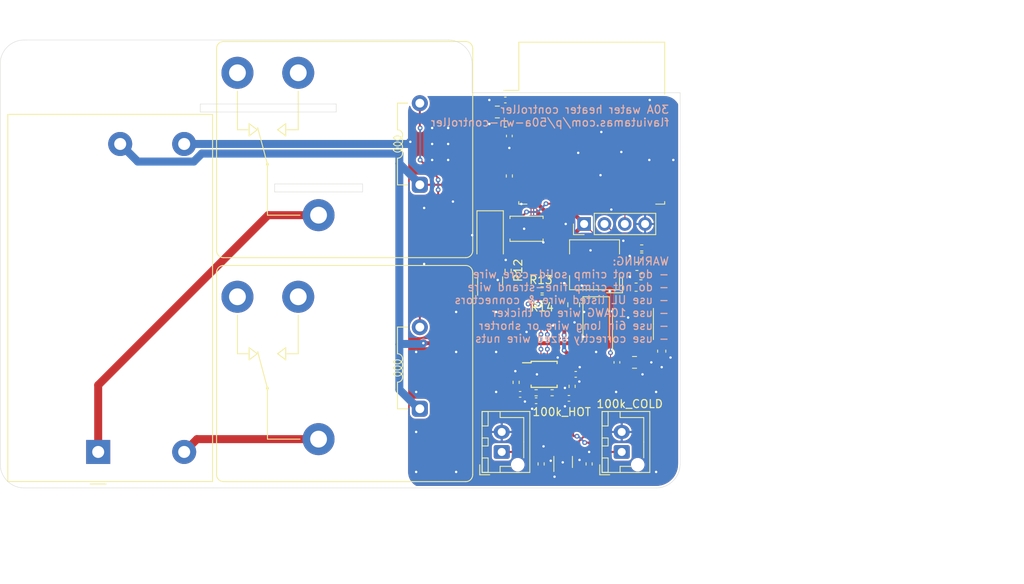
<source format=kicad_pcb>
(kicad_pcb (version 20211014) (generator pcbnew)
  (layers (0 "F.Cu" mixed) (31 "B.Cu" mixed) (34 "B.Paste" user) (35 "F.Paste" user) (36 "B.SilkS" user "B.Silkscreen") (37 "F.SilkS" user "F.Silkscreen") (38 "B.Mask" user) (39 "F.Mask" user) (44 "Edge.Cuts" user))
  (net 0 "")
  (net 1 "GND")
  (net 2 "+12V")
  (net 3 "Net-(C2-Pad1)")
  (net 4 "+3.3V")
  (net 5 "Net-(C4-Pad1)")
  (net 6 "Net-(C6-Pad1)")
  (net 7 "Net-(C7-Pad2)")
  (net 8 "Net-(C7-Pad1)")
  (net 9 "/EN")
  (net 10 "/AC_PH_2")
  (net 11 "Net-(C11-Pad1)")
  (net 12 "Net-(D2-Pad2)")
  (net 14 "/AC_PH_1")
  (net 15 "Net-(J1-Pad3)")
  (net 16 "Net-(J1-Pad2)")
  (net 21 "/SW")
  (net 22 "/BOOT")
  (net 23 "Net-(R4-Pad2)")
  (net 24 "Net-(R8-Pad2)")
  (net 25 "Net-(R9-Pad2)")
  (net 26 "/1.65V")
  (net 27 "/SCL")
  (net 31 "/SDA")
  (net 37 "Net-(C12-Pad1)")
  (footprint "Capacitor_SMD:C_0805_2012Metric" (layer "F.Cu") (at 107.3 71.3)
    (fp_text reference "C1" hide)
    (fp_text value "22u")
    (pad "1" smd roundrect (at -0.95 0) (size 1 1.45) (layers "F.Cu" "F.Paste" "F.Mask") (net 2 "+12V"))
    (pad "2" smd roundrect (at 0.95 0) (size 1 1.45) (layers "F.Cu" "F.Paste" "F.Mask") (net 1 "GND"))
  )
  (footprint "Capacitor_SMD:C_0603_1608Metric" (layer "F.Cu") (at 110.7 69.9 -90)
    (fp_text reference "C2" hide)
    (fp_text value "8.2n")
    (pad "1" smd roundrect (at -0.775 0 270) (size 0.9 0.95) (layers "F.Cu" "F.Paste" "F.Mask") (net 3 "Net-(C2-Pad1)"))
    (pad "2" smd roundrect (at 0.775 0 270) (size 0.9 0.95) (layers "F.Cu" "F.Paste" "F.Mask") (net 1 "GND"))
  )
  (footprint "Capacitor_SMD:C_0805_2012Metric" (layer "F.Cu") (at 90.15 40 180)
    (fp_text reference "C3" hide)
    (fp_text value "22u")
    (pad "1" smd roundrect (at -0.95 0 180) (size 1 1.45) (layers "F.Cu" "F.Paste" "F.Mask") (net 4 "+3.3V"))
    (pad "2" smd roundrect (at 0.95 0 180) (size 1 1.45) (layers "F.Cu" "F.Paste" "F.Mask") (net 1 "GND"))
  )
  (footprint "Capacitor_SMD:C_0603_1608Metric" (layer "F.Cu") (at 107.5 61.9 180)
    (fp_text reference "C4" hide)
    (fp_text value "3.3n")
    (pad "1" smd roundrect (at -0.775 0 180) (size 0.9 0.95) (layers "F.Cu" "F.Paste" "F.Mask") (net 5 "Net-(C4-Pad1)"))
    (pad "2" smd roundrect (at 0.775 0 180) (size 0.9 0.95) (layers "F.Cu" "F.Paste" "F.Mask") (net 1 "GND"))
  )
  (footprint "Capacitor_SMD:C_0402_1005Metric" (layer "F.Cu") (at 91.15 38.5 180)
    (fp_text reference "C5" hide)
    (fp_text value "100n")
    (pad "1" smd roundrect (at -0.48 0 180) (size 0.56 0.62) (layers "F.Cu" "F.Paste" "F.Mask") (net 4 "+3.3V"))
    (pad "2" smd roundrect (at 0.48 0 180) (size 0.56 0.62) (layers "F.Cu" "F.Paste" "F.Mask") (net 1 "GND"))
  )
  (footprint "Capacitor_SMD:C_0603_1608Metric" (layer "F.Cu") (at 107.6 59.3 180)
    (fp_text reference "C6" hide)
    (fp_text value "15n")
    (pad "1" smd roundrect (at -0.775 0 180) (size 0.9 0.95) (layers "F.Cu" "F.Paste" "F.Mask") (net 6 "Net-(C6-Pad1)"))
    (pad "2" smd roundrect (at 0.775 0 180) (size 0.9 0.95) (layers "F.Cu" "F.Paste" "F.Mask") (net 1 "GND"))
  )
  (footprint "Capacitor_SMD:C_0402_1005Metric" (layer "F.Cu") (at 105.1 71.3 -90)
    (fp_text reference "C7" hide)
    (fp_text value "100n")
    (pad "1" smd roundrect (at -0.48 0 270) (size 0.56 0.62) (layers "F.Cu" "F.Paste" "F.Mask") (net 8 "Net-(C7-Pad1)"))
    (pad "2" smd roundrect (at 0.48 0 270) (size 0.56 0.62) (layers "F.Cu" "F.Paste" "F.Mask") (net 7 "Net-(C7-Pad2)"))
  )
  (footprint "Capacitor_SMD:C_0402_1005Metric" (layer "F.Cu") (at 91.65 43 -90)
    (fp_text reference "C8" hide)
    (fp_text value "100n")
    (pad "1" smd roundrect (at -0.48 0 270) (size 0.56 0.62) (layers "F.Cu" "F.Paste" "F.Mask") (net 9 "/EN"))
    (pad "2" smd roundrect (at 0.48 0 270) (size 0.56 0.62) (layers "F.Cu" "F.Paste" "F.Mask") (net 1 "GND"))
  )
  (footprint "Capacitor_SMD:C_0805_2012Metric" (layer "F.Cu") (at 99.7 64.1 -90)
    (fp_text reference "C9" hide)
    (fp_text value "22u")
    (pad "1" smd roundrect (at -0.95 0 270) (size 1 1.45) (layers "F.Cu" "F.Paste" "F.Mask") (net 4 "+3.3V"))
    (pad "2" smd roundrect (at 0.95 0 270) (size 1 1.45) (layers "F.Cu" "F.Paste" "F.Mask") (net 1 "GND"))
  )
  (footprint "Capacitor_SMD:C_0402_1005Metric" (layer "F.Cu") (at 99.95 72.8)
    (fp_text reference "C10" hide)
    (fp_text value "100n")
    (pad "1" smd roundrect (at -0.48 0) (size 0.56 0.62) (layers "F.Cu" "F.Paste" "F.Mask") (net 4 "+3.3V"))
    (pad "2" smd roundrect (at 0.48 0) (size 0.56 0.62) (layers "F.Cu" "F.Paste" "F.Mask") (net 1 "GND"))
  )
  (footprint "Diode_SMD:D_SMA" (layer "F.Cu") (at 102.5 66.5 -90)
    (fp_text reference "D1" hide)
    (fp_text value "SS54")
    (pad "1" smd rect (at -2 0 270) (size 2.5 1.8) (layers "F.Cu" "F.Paste" "F.Mask") (net 7 "Net-(C7-Pad2)"))
    (pad "2" smd rect (at 2 0 270) (size 2.5 1.8) (layers "F.Cu" "F.Paste" "F.Mask") (net 1 "GND"))
  )
  (footprint "Diode_SMD:D_SMA" (layer "F.Cu") (at 89.25 55.75 -90)
    (fp_text reference "D2" hide)
    (fp_text value "SS54")
    (pad "1" smd rect (at -2 0 270) (size 2.5 1.8) (layers "F.Cu" "F.Paste" "F.Mask") (net 2 "+12V"))
    (pad "2" smd rect (at 2 0 270) (size 2.5 1.8) (layers "F.Cu" "F.Paste" "F.Mask") (net 12 "Net-(D2-Pad2)"))
  )
  (footprint "Package_TO_SOT_SMD:SOT-363_SC-70-6" (layer "F.Cu") (at 98.375 83.75 90)
    (fp_text reference "D3" hide)
    (fp_text value "SMF05CT1G")
    (pad "1" smd rect (at -0.95 -0.65 90) (size 0.65 0.4) (layers "F.Cu" "F.Paste" "F.Mask") (net 11 "Net-(C11-Pad1)"))
    (pad "2" smd rect (at -0.95 0 90) (size 0.65 0.4) (layers "F.Cu" "F.Paste" "F.Mask") (net 1 "GND"))
    (pad "3" smd rect (at -0.95 0.65 90) (size 0.65 0.4) (layers "F.Cu" "F.Paste" "F.Mask") (net 37 "Net-(C12-Pad1)"))
    (pad "4" smd rect (at 0.95 0.65 90) (size 0.65 0.4) (layers "F.Cu" "F.Paste" "F.Mask"))
    (pad "5" smd rect (at 0.95 0 90) (size 0.65 0.4) (layers "F.Cu" "F.Paste" "F.Mask") (net 37 "Net-(C12-Pad1)"))
    (pad "6" smd rect (at 0.95 -0.65 90) (size 0.65 0.4) (layers "F.Cu" "F.Paste" "F.Mask") (net 11 "Net-(C11-Pad1)"))
  )
  (footprint "Connector_PinHeader_2.54mm:PinHeader_1x04_P2.54mm_Vertical" (layer "F.Cu") (at 101 54 90)
    (fp_text reference "J1" hide)
    (fp_text value "PROG")
    (pad "1" thru_hole rect (at 0 0 90) (size 1.7 1.7) (drill 1) (layers *.Cu *.Mask) (net 4 "+3.3V"))
    (pad "2" thru_hole oval (at 0 2.54 90) (size 1.7 1.7) (drill 1) (layers *.Cu *.Mask) (net 16 "Net-(J1-Pad2)"))
    (pad "3" thru_hole oval (at 0 5.08 90) (size 1.7 1.7) (drill 1) (layers *.Cu *.Mask) (net 15 "Net-(J1-Pad3)"))
    (pad "4" thru_hole oval (at 0 7.62 90) (size 1.7 1.7) (drill 1) (layers *.Cu *.Mask) (net 1 "GND"))
  )
  (footprint "Connector_JST:JST_XH_B2B-XH-AM_1x02_P2.50mm_Vertical" (layer "F.Cu") (at 90.7 82.5 90)
    (fp_text reference "100k_HOT" (at 5 7.5 180) (layer "F.SilkS"))
    (fp_text value "100k_HOT")
    (pad "" np_thru_hole circle (at -1.6 2 90) (size 1.2 1.2) (drill 1.2) (layers *.Cu *.Mask))
    (pad "1" thru_hole roundrect (at 0 0 90) (size 1.7 2) (drill 1) (layers *.Cu *.Mask) (roundrect_rratio 0.147059) (net 11 "Net-(C11-Pad1)"))
    (pad "2" thru_hole oval (at 2.5 0 90) (size 1.7 2) (drill 1) (layers *.Cu *.Mask) (net 1 "GND"))
  )
  (footprint "Connector_JST:JST_XH_B2B-XH-AM_1x02_P2.50mm_Vertical" (layer "F.Cu") (at 105.7 82.5 90)
    (fp_text reference "100k_COLD" (at 6 1 180) (layer "F.SilkS"))
    (fp_text value "100k_COLD")
    (pad "" np_thru_hole circle (at -1.6 2 90) (size 1.2 1.2) (drill 1.2) (layers *.Cu *.Mask))
    (pad "1" thru_hole roundrect (at 0 0 90) (size 1.7 2) (drill 1) (layers *.Cu *.Mask) (roundrect_rratio 0.147059) (net 37 "Net-(C12-Pad1)"))
    (pad "2" thru_hole oval (at 2.5 0 90) (size 1.7 2) (drill 1) (layers *.Cu *.Mask) (net 1 "GND"))
  )
  (footprint "wifi-30A-relay:Relay_SPDT_CIT-J115F2" (layer "F.Cu") (at 83 72 180)
    (fp_text reference "K1" hide)
    (fp_text value "J115F21C12VDCS.9")
    (pad "11" thru_hole circle locked (at 15.2 -8.9) (size 4 4) (drill 2.1) (layers *.Cu *.Mask) (net 14 "/AC_PH_1"))
    (pad "12" thru_hole circle locked (at 25.34 8.9) (size 4 4) (drill 2.1) (layers *.Cu *.Mask))
    (pad "14" thru_hole circle locked (at 17.74 8.9) (size 4 4) (drill 2.1) (layers *.Cu *.Mask))
    (pad "A1" thru_hole roundrect locked (at 2.54 -5.1) (size 2 2) (drill 1.1) (layers *.Cu *.Mask) (net 2 "+12V"))
    (pad "A2" thru_hole circle locked (at 2.54 5.1) (size 2 2) (drill 1.1) (layers *.Cu *.Mask) (net 12 "Net-(D2-Pad2)"))
  )
  (footprint "wifi-30A-relay:Relay_SPDT_CIT-J115F2" (layer "F.Cu") (at 83 44 180)
    (fp_text reference "K2" hide)
    (fp_text value "J115F21C12VDCS.9")
    (pad "11" thru_hole circle locked (at 15.2 -8.9) (size 4 4) (drill 2.1) (layers *.Cu *.Mask) (net 10 "/AC_PH_2"))
    (pad "12" thru_hole circle locked (at 25.34 8.9) (size 4 4) (drill 2.1) (layers *.Cu *.Mask))
    (pad "14" thru_hole circle locked (at 17.74 8.9) (size 4 4) (drill 2.1) (layers *.Cu *.Mask))
    (pad "A1" thru_hole roundrect locked (at 2.54 -5.1) (size 2 2) (drill 1.1) (layers *.Cu *.Mask) (net 2 "+12V"))
    (pad "A2" thru_hole circle locked (at 2.54 5.1) (size 2 2) (drill 1.1) (layers *.Cu *.Mask) (net 12 "Net-(D2-Pad2)"))
  )
  (footprint "Inductor_SMD:L_TDK_SLF6028" (layer "F.Cu") (at 102.3 59.1 180)
    (fp_text reference "L1" hide)
    (fp_text value "33u")
    (fp_text user "" (at -49 0.05 180) (layer "F.SilkS") (effects (font (size 3 3))))
    (pad "1" smd roundrect (at -2.75 0 180) (size 1.5 2.2) (layers "F.Cu" "F.Paste" "F.Mask") (net 7 "Net-(C7-Pad2)"))
    (pad "2" smd roundrect (at 2.75 0 180) (size 1.5 2.2) (layers "F.Cu" "F.Paste" "F.Mask") (net 4 "+3.3V"))
  )
  (footprint "Package_TO_SOT_SMD:SOT-23" (layer "F.Cu") (at 89.25 61.25 90)
    (fp_text reference "Q1" hide)
    (fp_text value "AO3400A")
    (pad "1" smd roundrect (at -0.9375 -0.95 90) (size 1.475 0.6) (layers "F.Cu" "F.Paste" "F.Mask") (net 21 "/SW"))
    (pad "2" smd roundrect (at -0.9375 0.95 90) (size 1.475 0.6) (layers "F.Cu" "F.Paste" "F.Mask") (net 1 "GND"))
    (pad "3" smd roundrect (at 0.9375 0 90) (size 1.475 0.6) (layers "F.Cu" "F.Paste" "F.Mask") (net 12 "Net-(D2-Pad2)"))
  )
  (footprint "Resistor_SMD:R_0402_1005Metric" (layer "F.Cu") (at 108.1 60.6 180)
    (fp_text reference "R1" hide)
    (fp_text value "1k")
    (pad "1" smd roundrect (at -0.51 0 180) (size 0.54 0.64) (layers "F.Cu" "F.Paste" "F.Mask") (net 5 "Net-(C4-Pad1)"))
    (pad "2" smd roundrect (at 0.51 0 180) (size 0.54 0.64) (layers "F.Cu" "F.Paste" "F.Mask") (net 6 "Net-(C6-Pad1)"))
  )
  (footprint "Resistor_SMD:R_0402_1005Metric" (layer "F.Cu") (at 91.15 41.5)
    (fp_text reference "R2" hide)
    (fp_text value "10k")
    (pad "1" smd roundrect (at -0.51 0) (size 0.54 0.64) (layers "F.Cu" "F.Paste" "F.Mask") (net 4 "+3.3V"))
    (pad "2" smd roundrect (at 0.51 0) (size 0.54 0.64) (layers "F.Cu" "F.Paste" "F.Mask") (net 9 "/EN"))
  )
  (footprint "Resistor_SMD:R_0402_1005Metric" (layer "F.Cu") (at 91.65 48 -90)
    (fp_text reference "R3" hide)
    (fp_text value "10k")
    (pad "1" smd roundrect (at -0.51 0 270) (size 0.54 0.64) (layers "F.Cu" "F.Paste" "F.Mask") (net 4 "+3.3V"))
    (pad "2" smd roundrect (at 0.51 0 270) (size 0.54 0.64) (layers "F.Cu" "F.Paste" "F.Mask") (net 22 "/BOOT"))
  )
  (footprint "Resistor_SMD:R_0402_1005Metric" (layer "F.Cu") (at 108.2 57)
    (fp_text reference "R4" hide)
    (fp_text value "7.5k")
    (pad "1" smd roundrect (at -0.51 0) (size 0.54 0.64) (layers "F.Cu" "F.Paste" "F.Mask") (net 4 "+3.3V"))
    (pad "2" smd roundrect (at 0.51 0) (size 0.54 0.64) (layers "F.Cu" "F.Paste" "F.Mask") (net 23 "Net-(R4-Pad2)"))
  )
  (footprint "Resistor_SMD:R_0402_1005Metric" (layer "F.Cu") (at 108.2 58 180)
    (fp_text reference "R5" hide)
    (fp_text value "2.4k")
    (pad "1" smd roundrect (at -0.51 0 180) (size 0.54 0.64) (layers "F.Cu" "F.Paste" "F.Mask") (net 23 "Net-(R4-Pad2)"))
    (pad "2" smd roundrect (at 0.51 0 180) (size 0.54 0.64) (layers "F.Cu" "F.Paste" "F.Mask") (net 1 "GND"))
  )
  (footprint "Resistor_SMD:R_0402_1005Metric" (layer "F.Cu") (at 95.625 84 -90)
    (fp_text reference "R6" hide)
    (fp_text value "100k")
    (pad "1" smd roundrect (at -0.51 0 270) (size 0.54 0.64) (layers "F.Cu" "F.Paste" "F.Mask") (net 4 "+3.3V"))
    (pad "2" smd roundrect (at 0.51 0 270) (size 0.54 0.64) (layers "F.Cu" "F.Paste" "F.Mask") (net 11 "Net-(C11-Pad1)"))
  )
  (footprint "Resistor_SMD:R_0402_1005Metric" (layer "F.Cu") (at 101.625 84 -90)
    (fp_text reference "R7" hide)
    (fp_text value "100k")
    (pad "1" smd roundrect (at -0.51 0 270) (size 0.54 0.64) (layers "F.Cu" "F.Paste" "F.Mask") (net 4 "+3.3V"))
    (pad "2" smd roundrect (at 0.51 0 270) (size 0.54 0.64) (layers "F.Cu" "F.Paste" "F.Mask") (net 37 "Net-(C12-Pad1)"))
  )
  (footprint "Resistor_SMD:R_0402_1005Metric" (layer "F.Cu") (at 92.5 73.8 90)
    (fp_text reference "R8" hide)
    (fp_text value "10k")
    (pad "1" smd roundrect (at -0.51 0 90) (size 0.54 0.64) (layers "F.Cu" "F.Paste" "F.Mask") (net 11 "Net-(C11-Pad1)"))
    (pad "2" smd roundrect (at 0.51 0 90) (size 0.54 0.64) (layers "F.Cu" "F.Paste" "F.Mask") (net 24 "Net-(R8-Pad2)"))
  )
  (footprint "Resistor_SMD:R_0402_1005Metric" (layer "F.Cu") (at 99.5 74.3 90)
    (fp_text reference "R9" hide)
    (fp_text value "10k")
    (pad "1" smd roundrect (at -0.51 0 90) (size 0.54 0.64) (layers "F.Cu" "F.Paste" "F.Mask") (net 37 "Net-(C12-Pad1)"))
    (pad "2" smd roundrect (at 0.51 0 90) (size 0.54 0.64) (layers "F.Cu" "F.Paste" "F.Mask") (net 25 "Net-(R9-Pad2)"))
  )
  (footprint "Resistor_SMD:R_0402_1005Metric" (layer "F.Cu") (at 97 75.1 180)
    (fp_text reference "R10" hide)
    (fp_text value "100k")
    (pad "1" smd roundrect (at -0.51 0 180) (size 0.54 0.64) (layers "F.Cu" "F.Paste" "F.Mask") (net 4 "+3.3V"))
    (pad "2" smd roundrect (at 0.51 0 180) (size 0.54 0.64) (layers "F.Cu" "F.Paste" "F.Mask") (net 26 "/1.65V"))
  )
  (footprint "Resistor_SMD:R_0402_1005Metric" (layer "F.Cu") (at 95 75.1 180)
    (fp_text reference "R11" hide)
    (fp_text value "100k")
    (pad "1" smd roundrect (at -0.51 0 180) (size 0.54 0.64) (layers "F.Cu" "F.Paste" "F.Mask") (net 26 "/1.65V"))
    (pad "2" smd roundrect (at 0.51 0 180) (size 0.54 0.64) (layers "F.Cu" "F.Paste" "F.Mask") (net 1 "GND"))
  )
  (footprint "Button_Switch_SMD:SW_Push_SPST_NO_Alps_SKRK" (layer "F.Cu") (at 93.8 54.6)
    (fp_text reference "SW1" hide)
    (fp_text value "SKRKAEE020")
    (pad "1" smd roundrect (at -2.1 0) (size 0.8 2) (layers "F.Cu" "F.Paste" "F.Mask") (net 22 "/BOOT"))
    (pad "2" smd roundrect (at 2.1 0) (size 0.8 2) (layers "F.Cu" "F.Paste" "F.Mask") (net 1 "GND"))
  )
  (footprint "RF_Module:ESP-WROOM-02" (layer "F.Cu") (at 101.95 44.5)
    (fp_text reference "U1" hide)
    (fp_text value "ESP-WROOM-02")
    (pad "1" smd rect (at -8.75 -6) (size 1.5 0.9) (layers "F.Cu" "F.Paste" "F.Mask") (net 4 "+3.3V"))
    (pad "2" smd rect (at -8.75 -4.5) (size 1.5 0.9) (layers "F.Cu" "F.Paste" "F.Mask") (net 9 "/EN"))
    (pad "3" smd rect (at -8.75 -3) (size 1.5 0.9) (layers "F.Cu" "F.Paste" "F.Mask") (net 27 "/SCL"))
    (pad "4" smd rect (at -8.75 -1.5) (size 1.5 0.9) (layers "F.Cu" "F.Paste" "F.Mask"))
    (pad "5" smd rect (at -8.75 0) (size 1.5 0.9) (layers "F.Cu" "F.Paste" "F.Mask"))
    (pad "6" smd rect (at -8.75 1.5) (size 1.5 0.9) (layers "F.Cu" "F.Paste" "F.Mask") (net 1 "GND"))
    (pad "7" smd rect (at -8.75 3) (size 1.5 0.9) (layers "F.Cu" "F.Paste" "F.Mask") (net 31 "/SDA"))
    (pad "8" smd rect (at -8.75 4.5) (size 1.5 0.9) (layers "F.Cu" "F.Paste" "F.Mask") (net 22 "/BOOT"))
    (pad "9" smd rect (at -8.75 6) (size 1.5 0.9) (layers "F.Cu" "F.Paste" "F.Mask") (net 1 "GND"))
    (pad "10" smd rect (at 8.75 6) (size 1.5 0.9) (layers "F.Cu" "F.Paste" "F.Mask") (net 21 "/SW"))
    (pad "11" smd rect (at 8.75 4.5) (size 1.5 0.9) (layers "F.Cu" "F.Paste" "F.Mask") (net 16 "Net-(J1-Pad2)"))
    (pad "12" smd rect (at 8.75 3) (size 1.5 0.9) (layers "F.Cu" "F.Paste" "F.Mask") (net 15 "Net-(J1-Pad3)"))
    (pad "13" smd rect (at 8.75 1.5) (size 1.5 0.9) (layers "F.Cu" "F.Paste" "F.Mask") (net 1 "GND"))
    (pad "14" smd rect (at 8.75 0) (size 1.5 0.9) (layers "F.Cu" "F.Paste" "F.Mask"))
    (pad "15" smd rect (at 8.75 -1.5) (size 1.5 0.9) (layers "F.Cu" "F.Paste" "F.Mask"))
    (pad "16" smd rect (at 8.75 -3) (size 1.5 0.9) (layers "F.Cu" "F.Paste" "F.Mask"))
    (pad "17" smd rect (at 8.75 -4.5) (size 1.5 0.9) (layers "F.Cu" "F.Paste" "F.Mask"))
    (pad "18" smd rect (at 8.75 -6) (size 1.5 0.9) (layers "F.Cu" "F.Paste" "F.Mask") (net 1 "GND"))
    (pad "19" smd rect (at 1.1 0.61) (size 4 4) (layers "F.Cu" "F.Paste" "F.Mask") (net 1 "GND"))
    (zone (net 0) (net_name "") (layers *.Cu) (connect_pads (clearance 0)) (min_thickness 0.254)
      (keepout (tracks not_allowed) (vias not_allowed) (pads not_allowed) (copperpour not_allowed) (footprints not_allowed))
      (fill (thermal_gap 0.508) (thermal_bridge_width 0.508))
      (polygon (pts (xy 87.95 37.4) (xy 115.95 37.4) (xy 115.95 26.4) (xy 87.95 26.4)))
    )
  )
  (footprint "Package_SO:SOIC-8_3.9x4.9mm_P1.27mm" (layer "F.Cu") (at 107.1 66.5 90)
    (fp_text reference "U2" hide)
    (fp_text value "TPS54331DR")
    (pad "1" smd roundrect (at -2.475 -1.905 90) (size 1.95 0.6) (layers "F.Cu" "F.Paste" "F.Mask") (net 8 "Net-(C7-Pad1)"))
    (pad "2" smd roundrect (at -2.475 -0.635 90) (size 1.95 0.6) (layers "F.Cu" "F.Paste" "F.Mask") (net 2 "+12V"))
    (pad "3" smd roundrect (at -2.475 0.635 90) (size 1.95 0.6) (layers "F.Cu" "F.Paste" "F.Mask"))
    (pad "4" smd roundrect (at -2.475 1.905 90) (size 1.95 0.6) (layers "F.Cu" "F.Paste" "F.Mask") (net 3 "Net-(C2-Pad1)"))
    (pad "5" smd roundrect (at 2.475 1.905 90) (size 1.95 0.6) (layers "F.Cu" "F.Paste" "F.Mask") (net 23 "Net-(R4-Pad2)"))
    (pad "6" smd roundrect (at 2.475 0.635 90) (size 1.95 0.6) (layers "F.Cu" "F.Paste" "F.Mask") (net 5 "Net-(C4-Pad1)"))
    (pad "7" smd roundrect (at 2.475 -0.635 90) (size 1.95 0.6) (layers "F.Cu" "F.Paste" "F.Mask") (net 1 "GND"))
    (pad "8" smd roundrect (at 2.475 -1.905 90) (size 1.95 0.6) (layers "F.Cu" "F.Paste" "F.Mask") (net 7 "Net-(C7-Pad2)"))
  )
  (footprint "Converter_ACDC:Converter_ACDC_MeanWell_IRM-05-xx_THT" (layer "F.Cu") (at 40.25 82.5 90)
    (fp_text reference "PS1" hide)
    (fp_text value "IRM-05-12")
    (pad "1" thru_hole rect (at 0 0 90) (size 3 3) (drill 1.5) (layers *.Cu *.Mask) (net 10 "/AC_PH_2"))
    (pad "2" thru_hole circle (at 0 10.75 90) (size 3 3) (drill 1.5) (layers *.Cu *.Mask) (net 14 "/AC_PH_1"))
    (pad "3" thru_hole circle (at 38.5 10.75 90) (size 3 3) (drill 1.5) (layers *.Cu *.Mask) (net 1 "GND"))
    (pad "4" thru_hole circle (at 38.5 2.75 90) (size 3 3) (drill 1.5) (layers *.Cu *.Mask) (net 2 "+12V"))
  )
  (footprint "Capacitor_SMD:C_0402_1005Metric" (layer "F.Cu") (at 93 75.3)
    (fp_text reference "C11" hide)
    (fp_text value "100n")
    (pad "1" smd roundrect (at -0.48 0) (size 0.56 0.62) (layers "F.Cu" "F.Paste" "F.Mask") (net 11 "Net-(C11-Pad1)"))
    (pad "2" smd roundrect (at 0.48 0) (size 0.56 0.62) (layers "F.Cu" "F.Paste" "F.Mask") (net 1 "GND"))
  )
  (footprint "Capacitor_SMD:C_0402_1005Metric" (layer "F.Cu") (at 99.1 75.8 180)
    (fp_text reference "C12" hide)
    (fp_text value "100n")
    (pad "1" smd roundrect (at -0.48 0 180) (size 0.56 0.62) (layers "F.Cu" "F.Paste" "F.Mask") (net 37 "Net-(C12-Pad1)"))
    (pad "2" smd roundrect (at 0.48 0 180) (size 0.56 0.62) (layers "F.Cu" "F.Paste" "F.Mask") (net 1 "GND"))
  )
  (footprint "Capacitor_SMD:C_0402_1005Metric" (layer "F.Cu") (at 95 76.1 180)
    (fp_text reference "C13" hide)
    (fp_text value "100n")
    (pad "1" smd roundrect (at -0.48 0 180) (size 0.56 0.62) (layers "F.Cu" "F.Paste" "F.Mask") (net 26 "/1.65V"))
    (pad "2" smd roundrect (at 0.48 0 180) (size 0.56 0.62) (layers "F.Cu" "F.Paste" "F.Mask") (net 1 "GND"))
  )
  (footprint "Package_SO:TSSOP-10_3x3mm_P0.5mm" (layer "F.Cu") (at 96 72.8)
    (fp_text reference "U3" hide)
    (fp_text value "ADS1115IDGS")
    (pad "1" smd rect (at -2.15 -1) (size 1.1 0.25) (layers "F.Cu" "F.Paste" "F.Mask") (net 1 "GND"))
    (pad "2" smd rect (at -2.15 -0.5) (size 1.1 0.25) (layers "F.Cu" "F.Paste" "F.Mask"))
    (pad "3" smd rect (at -2.15 0) (size 1.1 0.25) (layers "F.Cu" "F.Paste" "F.Mask") (net 1 "GND"))
    (pad "4" smd rect (at -2.15 0.5) (size 1.1 0.25) (layers "F.Cu" "F.Paste" "F.Mask") (net 24 "Net-(R8-Pad2)"))
    (pad "5" smd rect (at -2.15 1) (size 1.1 0.25) (layers "F.Cu" "F.Paste" "F.Mask") (net 26 "/1.65V"))
    (pad "6" smd rect (at 2.15 1) (size 1.1 0.25) (layers "F.Cu" "F.Paste" "F.Mask") (net 25 "Net-(R9-Pad2)"))
    (pad "7" smd rect (at 2.15 0.5) (size 1.1 0.25) (layers "F.Cu" "F.Paste" "F.Mask") (net 26 "/1.65V"))
    (pad "8" smd rect (at 2.15 0) (size 1.1 0.25) (layers "F.Cu" "F.Paste" "F.Mask") (net 4 "+3.3V"))
    (pad "9" smd rect (at 2.15 -0.5) (size 1.1 0.25) (layers "F.Cu" "F.Paste" "F.Mask") (net 31 "/SDA"))
    (pad "10" smd rect (at 2.15 -1) (size 1.1 0.25) (layers "F.Cu" "F.Paste" "F.Mask") (net 27 "/SCL"))
  )
  (footprint "Resistor_SMD:R_0402_1005Metric" (layer "F.Cu") (at 91.5 59.8 90)
    (fp_text reference "R12" (at 0 1.25 90) (layer "F.SilkS"))
    (fp_text value "10k")
    (pad "1" smd roundrect (at -0.51 0 90) (size 0.54 0.64) (layers "F.Cu" "F.Paste" "F.Mask") (net 21 "/SW"))
    (pad "2" smd roundrect (at 0.51 0 90) (size 0.54 0.64) (layers "F.Cu" "F.Paste" "F.Mask") (net 1 "GND"))
  )
  (footprint "Resistor_SMD:R_0402_1005Metric" (layer "F.Cu") (at 95.75 62.25 180)
    (fp_text reference "R13" (at 0.153641 1.25) (layer "F.SilkS"))
    (fp_text value "10k")
    (pad "1" smd roundrect (at -0.51 0 180) (size 0.54 0.64) (layers "F.Cu" "F.Paste" "F.Mask") (net 4 "+3.3V"))
    (pad "2" smd roundrect (at 0.51 0 180) (size 0.54 0.64) (layers "F.Cu" "F.Paste" "F.Mask") (net 27 "/SCL"))
  )
  (footprint "Resistor_SMD:R_0402_1005Metric" (layer "F.Cu") (at 95.75 63.25 180)
    (fp_text reference "R14" (at 0 -1.17) (layer "F.SilkS"))
    (fp_text value "10k")
    (pad "1" smd roundrect (at -0.51 0 180) (size 0.54 0.64) (layers "F.Cu" "F.Paste" "F.Mask") (net 4 "+3.3V"))
    (pad "2" smd roundrect (at 0.51 0 180) (size 0.54 0.64) (layers "F.Cu" "F.Paste" "F.Mask") (net 31 "/SDA"))
  )
  (gr_line (start 110 87) (end 31 87) (layer "Edge.Cuts") (width 0.05))
  (gr_line (start 87 37.6) (end 113 37.6) (layer "Edge.Cuts") (width 0.05))
  (gr_line (start 73.3 49) (end 62.3 49) (layer "Edge.Cuts") (width 0.05))
  (gr_line (start 70 40) (end 53 40) (layer "Edge.Cuts") (width 0.05))
  (gr_arc (start 84 31) (mid 86.12132 31.87868) (end 87 34) (layer "Edge.Cuts") (width 0.05))
  (gr_line (start 113 37.6) (end 113 84) (layer "Edge.Cuts") (width 0.05))
  (gr_line (start 87 34) (end 87 37.6) (layer "Edge.Cuts") (width 0.05))
  (gr_arc (start 31 87) (mid 28.87868 86.12132) (end 28 84) (layer "Edge.Cuts") (width 0.05))
  (gr_line (start 28 84) (end 28 34) (layer "Edge.Cuts") (width 0.05))
  (gr_line (start 31 31) (end 84 31) (layer "Edge.Cuts") (width 0.05))
  (gr_line (start 62.3 50) (end 73.3 50) (layer "Edge.Cuts") (width 0.05))
  (gr_line (start 53 40) (end 53 39) (layer "Edge.Cuts") (width 0.05))
  (gr_line (start 73.3 50) (end 73.3 49) (layer "Edge.Cuts") (width 0.05))
  (gr_line (start 70 39) (end 70 40) (layer "Edge.Cuts") (width 0.05))
  (gr_line (start 62.3 49) (end 62.3 50) (layer "Edge.Cuts") (width 0.05))
  (gr_arc (start 28 34) (mid 28.87868 31.87868) (end 31 31) (layer "Edge.Cuts") (width 0.05))
  (gr_arc (start 113 84) (mid 112.12132 86.12132) (end 110 87) (layer "Edge.Cuts") (width 0.05))
  (gr_line (start 53 39) (end 70 39) (layer "Edge.Cuts") (width 0.05))
  (gr_text "30A water heater controller\nflaviutamas.com/p/50a-wh-controller" (at 111.7 40.5) (layer "B.SilkS") (effects (font (size 1 1)) (justify left mirror)))
  (gr_text "WARNING:\n- do not crimp solid-core wire\n- do not crimp fine-strand wire\n- use UL listed wire & connectors\n- use 10AWG wire or thicker\n- use 6in long wire or shorter\n- use correctly sized wire nuts" (at 111.7 63.5) (layer "B.SilkS") (effects (font (size 1 1)) (justify left mirror)))
  (segment (start 110.7 38.5) (end 109.2 38.5) (width 0.25) (layer "F.Cu") (net 1))
  (segment (start 89.2 38.55) (end 89.15 38.5) (width 0.25) (layer "F.Cu") (net 1))
  (segment (start 100.43 72.8) (end 100.43 73.67) (width 0.127) (layer "F.Cu") (net 1))
  (segment (start 91.5 59.29) (end 91.5 58.8) (width 0.25) (layer "F.Cu") (net 1))
  (segment (start 79.269999 43.730001) (end 81.730001 43.730001) (width 1) (layer "F.Cu") (net 1))
  (segment (start 90.67 38.5) (end 89.15 38.5) (width 0.25) (layer "F.Cu") (net 1))
  (segment (start 89.2 40) (end 89.2 41.45) (width 0.25) (layer "F.Cu") (net 1))
  (segment (start 100.43 71.92) (end 100.45 71.9) (width 0.127) (layer "F.Cu") (net 1))
  (segment (start 91.5 58.8) (end 91.2 58.5) (width 0.25) (layer "F.Cu") (net 1))
  (segment (start 103.05 42.6) (end 103.15 42.5) (width 0.25) (layer "F.Cu") (net 1))
  (segment (start 89.2 40) (end 89.2 38.55) (width 0.25) (layer "F.Cu") (net 1))
  (segment (start 110.7 46) (end 109.15 46) (width 0.25) (layer "F.Cu") (net 1))
  (segment (start 103.05 45.11) (end 105.54 45.11) (width 0.25) (layer "F.Cu") (net 1))
  (segment (start 90.2 62.1875) (end 90.2 61) (width 0.25) (layer "F.Cu") (net 1))
  (segment (start 81.730001 43.730001) (end 82 44) (width 1) (layer "F.Cu") (net 1))
  (segment (start 100.43 73.67) (end 100.4 73.7) (width 0.127) (layer "F.Cu") (net 1))
  (segment (start 110.7 46) (end 112.15 46) (width 0.25) (layer "F.Cu") (net 1))
  (segment (start 105.54 45.11) (end 105.65 45) (width 0.25) (layer "F.Cu") (net 1))
  (segment (start 103.05 45.11) (end 100.26 45.11) (width 0.25) (layer "F.Cu") (net 1))
  (segment (start 100.43 72.8) (end 100.43 71.92) (width 0.127) (layer "F.Cu") (net 1))
  (segment (start 91.65 43.48) (end 91.65 44.5) (width 0.25) (layer "F.Cu") (net 1))
  (segment (start 89.2 41.45) (end 89.15 41.5) (width 0.25) (layer "F.Cu") (net 1))
  (segment (start 103.05 45.11) (end 103.05 42.6) (width 0.25) (layer "F.Cu") (net 1))
  (segment (start 103.05 45.11) (end 103.05 47.9) (width 0.25) (layer "F.Cu") (net 1))
  (via (at 100.9 68.1) (size 0.6) (drill 0.3) (layers "F.Cu" "B.Cu") (net 1))
  (via (at 87 55.4) (size 0.6) (drill 0.3) (layers "F.Cu" "B.Cu") (net 1))
  (via (at 105.9 56.1) (size 0.6) (drill 0.3) (layers "F.Cu" "B.Cu") (net 1))
  (via (at 112.15 46) (size 0.6) (drill 0.3) (layers "F.Cu" "B.Cu") (net 1))
  (via (at 100.425 83.5) (size 0.6) (drill 0.3) (layers "F.Cu" "B.Cu") (net 1))
  (via (at 93.15 51.5) (size 0.6) (drill 0.3) (layers "F.Cu" "B.Cu") (net 1))
  (via (at 100.45 71.9) (size 0.6) (drill 0.3) (layers "F.Cu" "B.Cu") (net 1))
  (via (at 84 44) (size 0.6) (drill 0.3) (layers "F.Cu" "B.Cu") (net 1))
  (via (at 82 46) (size 0.6) (drill 0.3) (layers "F.Cu" "B.Cu") (net 1))
  (via (at 79.269999 43.730001) (size 0.6) (drill 0.3) (layers "F.Cu" "B.Cu") (net 1))
  (via (at 109.15 46) (size 0.6) (drill 0.3) (layers "F.Cu" "B.Cu") (net 1))
  (via (at 111.8 70.7) (size 0.6) (drill 0.3) (layers "F.Cu" "B.Cu") (net 1))
  (via (at 100.4 73.7) (size 0.6) (drill 0.3) (layers "F.Cu" "B.Cu") (net 1))
  (via (at 84 46) (size 0.6) (drill 0.3) (layers "F.Cu" "B.Cu") (net 1))
  (via (at 98.325 83.8) (size 0.6) (drill 0.3) (layers "F.Cu" "B.Cu") (net 1))
  (via (at 98.5 61.4) (size 0.6) (drill 0.3) (layers "F.Cu" "B.Cu") (net 1))
  (via (at 80 75) (size 0.6) (drill 0.3) (layers "F.Cu" "B.Cu") (net 1))
  (via (at 105 75) (size 0.6) (drill 0.3) (layers "F.Cu" "B.Cu") (net 1))
  (via (at 108.3 72.8) (size 0.6) (drill 0.3) (layers "F.Cu" "B.Cu") (net 1))
  (via (at 106.7 60.6) (size 0.6) (drill 0.3) (layers "F.Cu" "B.Cu") (net 1))
  (via (at 110 85) (size 0.6) (drill 0.3) (layers "F.Cu" "B.Cu") (net 1))
  (via (at 90 65) (size 0.6) (drill 0.3) (layers "F.Cu" "B.Cu") (net 1))
  (via (at 110 75) (size 0.6) (drill 0.3) (layers "F.Cu" "B.Cu") (net 1))
  (via (at 85 85) (size 0.6) (drill 0.3) (layers "F.Cu" "B.Cu") (net 1))
  (via (at 93.8 67.5) (size 0.6) (drill 0.3) (layers "F.Cu" "B.Cu") (net 1))
  (via (at 94.5 77.1) (size 0.6) (drill 0.3) (layers "F.Cu" "B.Cu") (net 1))
  (via (at 90 75) (size 0.6) (drill 0.3) (layers "F.Cu" "B.Cu") (net 1))
  (via (at 101 65) (size 0.6) (drill 0.3) (layers "F.Cu" "B.Cu") (net 1))
  (via (at 90.2 61) (size 0.6) (drill 0.3) (layers "F.Cu" "B.Cu") (net 1))
  (via (at 100.26 45.11) (size 0.6) (drill 0.3) (layers "F.Cu" "B.Cu") (net 1))
  (via (at 101.8 57.3) (size 0.6) (drill 0.3) (layers "F.Cu" "B.Cu") (net 1))
  (via (at 84 42) (size 0.6) (drill 0.3) (layers "F.Cu" "B.Cu") (net 1))
  (via (at 103.15 42.5) (size 0.6) (drill 0.3) (layers "F.Cu" "B.Cu") (net 1))
  (via (at 82 42) (size 0.6) (drill 0.3) (layers "F.Cu" "B.Cu") (net 1))
  (via (at 95.925 81.8) (size 0.6) (drill 0.3) (layers "F.Cu" "B.Cu") (net 1))
  (via (at 97.7 70.7) (size 0.6) (drill 0.3) (layers "F.Cu" "B.Cu") (net 1))
  (via (at 98.6 74.5) (size 0.6) (drill 0.3) (layers "F.Cu" "B.Cu") (net 1))
  (via (at 91.2 58.5) (size 0.6) (drill 0.3) (layers "F.Cu" "B.Cu") (net 1))
  (via (at 92.4 72.4) (size 0.6) (drill 0.3) (layers "F.Cu" "B.Cu") (net 1))
  (via (at 82 44) (size 0.6) (drill 0.3) (layers "F.Cu" "B.Cu") (net 1))
  (via (at 84.6 51.2) (size 0.6) (drill 0.3) (layers "F.Cu" "B.Cu") (net 1))
  (via (at 105.65 45) (size 0.6) (drill 0.3) (layers "F.Cu" "B.Cu") (net 1))
  (via (at 98.6 76.8) (size 0.6) (drill 0.3) (layers "F.Cu" "B.Cu") (net 1))
  (via (at 99.8 66.3) (size 0.6) (drill 0.3) (layers "F.Cu" "B.Cu") (net 1))
  (via (at 102.5 70) (size 0.6) (drill 0.3) (layers "F.Cu" "B.Cu") (net 1))
  (via (at 98.7 54) (size 0.6) (drill 0.3) (layers "F.Cu" "B.Cu") (net 1))
  (via (at 104.4 52.2) (size 0.6) (drill 0.3) (layers "F.Cu" "B.Cu") (net 1))
  (via (at 101.625 82.5) (size 0.6) (drill 0.3) (layers "F.Cu" "B.Cu") (net 1))
  (via (at 85 70) (size 0.6) (drill 0.3) (layers "F.Cu" "B.Cu") (net 1))
  (via (at 97.1 66.7) (size 0.6) (drill 0.3) (layers "F.Cu" "B.Cu") (net 1))
  (via (at 85 65) (size 0.6) (drill 0.3) (layers "F.Cu" "B.Cu") (net 1))
  (via (at 91.65 44.5) (size 0.6) (drill 0.3) (layers "F.Cu" "B.Cu") (net 1))
  (via (at 80 85) (size 0.6) (drill 0.3) (layers "F.Cu" "B.Cu") (net 1))
  (via (at 80 70) (size 0.6) (drill 0.3) (layers "F.Cu" "B.Cu") (net 1))
  (via (at 80 80) (size 0.6) (drill 0.3) (layers "F.Cu" "B.Cu") (net 1))
  (via (at 90 70) (size 0.6) (drill 0.3) (layers "F.Cu" "B.Cu") (net 1))
  (via (at 95.1 72.8) (size 0.6) (drill 0.3) (layers "F.Cu" "B.Cu") (net 1))
  (via (at 97.3 85.6) (size 0.6) (drill 0.3) (layers "F.Cu" "B.Cu") (net 1))
  (via (at 81 59) (size 0.6) (drill 0.3) (layers "F.Cu" "B.Cu") (net 1))
  (via (at 103.05 47.9) (size 0.6) (drill 0.3) (layers "F.Cu" "B.Cu") (net 1))
  (via (at 81 52) (size 0.6) (drill 0.3) (layers "F.Cu" "B.Cu") (net 1))
  (via (at 106.5 65.7) (size 0.6) (drill 0.3) (layers "F.Cu" "B.Cu") (net 1))
  (via (at 109.2 38.5) (size 0.6) (drill 0.3) (layers "F.Cu" "B.Cu") (net 1))
  (via (at 93.6 76.2) (size 0.6) (drill 0.3) (layers "F.Cu" "B.Cu") (net 1))
  (via (at 95.9 56.3) (size 0.6) (drill 0.3) (layers "F.Cu" "B.Cu") (net 1))
  (via (at 96.825 83.6) (size 0.6) (drill 0.3) (layers "F.Cu" "B.Cu") (net 1))
  (via (at 89.15 41.5) (size 0.6) (drill 0.3) (layers "F.Cu" "B.Cu") (net 1))
  (via (at 110.7 71.9) (size 0.6) (drill 0.3) (layers "F.Cu" "B.Cu") (net 1))
  (via (at 109.4 71.3) (size 0.6) (drill 0.3) (layers "F.Cu" "B.Cu") (net 1))
  (via (at 93.5 54.6) (size 0.6) (drill 0.3) (layers "F.Cu" "B.Cu") (net 1))
  (via (at 100.7 61.7) (size 0.6) (drill 0.3) (layers "F.Cu" "B.Cu") (net 1))
  (via (at 89.15 38.5) (size 0.6) (drill 0.3) (layers "F.Cu" "B.Cu") (net 1))
  (via (at 106.7 58) (size 0.6) (drill 0.3) (layers "F.Cu" "B.Cu") (net 1))
  (segment (start 51 44) (end 79 44) (width 1) (layer "B.Cu") (net 1))
  (segment (start 79 44) (end 79.269999 43.730001) (width 1) (layer "B.Cu") (net 1))
  (segment (start 106.35 71.3) (end 106.35 70.35) (width 0.25) (layer "F.Cu") (net 2))
  (segment (start 103.21001 72.51001) (end 105.86499 72.51001) (width 0.5) (layer "F.Cu") (net 2))
  (segment (start 106.35 72.025) (end 106.35 71.3) (width 0.5) (layer "F.Cu") (net 2))
  (segment (start 99.6 68.9) (end 103.21001 72.51001) (width 0.5) (layer "F.Cu") (net 2))
  (segment (start 106.465 68.975) (end 106.465 70.235) (width 0.25) (layer "F.Cu") (net 2))
  (segment (start 80.9 68.9) (end 99.6 68.9) (width 0.5) (layer "F.Cu") (net 2))
  (segment (start 106.35 70.35) (end 106.465 70.235) (width 0.25) (layer "F.Cu") (net 2))
  (segment (start 80.46 49.1) (end 84.6 49.1) (width 0.25) (layer "F.Cu") (net 2))
  (segment (start 84.6 49.1) (end 89.25 53.75) (width 0.25) (layer "F.Cu") (net 2))
  (segment (start 105.86499 72.51001) (end 106.35 72.025) (width 0.5) (layer "F.Cu") (net 2))
  (via (at 80.9 68.9) (size 0.6) (drill 0.3) (layers "F.Cu" "B.Cu") (net 2))
  (segment (start 77.89952 45.19952) (end 77.89952 46.44952) (width 1) (layer "B.Cu") (net 2))
  (segment (start 52.200009 46.199511) (end 53.2 45.19952) (width 1) (layer "B.Cu") (net 2))
  (segment (start 77.89952 69.05048) (end 77.89952 74.69952) (width 1) (layer "B.Cu") (net 2))
  (segment (start 45.199511 46.199511) (end 52.200009 46.199511) (width 1) (layer "B.Cu") (net 2))
  (segment (start 53.2 45.19952) (end 77.89952 45.19952) (width 1) (layer "B.Cu") (net 2))
  (segment (start 77.949511 69.000489) (end 80.799511 69.000489) (width 1) (layer "B.Cu") (net 2))
  (segment (start 43 44) (end 45.199511 46.199511) (width 1) (layer "B.Cu") (net 2))
  (segment (start 80.799511 69.000489) (end 80.9 68.9) (width 1) (layer "B.Cu") (net 2))
  (segment (start 77.89952 46.44952) (end 77.89952 69.05048) (width 1) (layer "B.Cu") (net 2))
  (segment (start 77.89952 74.69952) (end 80.45 77.25) (width 1) (layer "B.Cu") (net 2))
  (segment (start 77.89952 46.44952) (end 80.45 49) (width 1) (layer "B.Cu") (net 2))
  (segment (start 77.89952 69.05048) (end 77.949511 69.000489) (width 1) (layer "B.Cu") (net 2))
  (segment (start 110.7 69.125) (end 109.225 69.125) (width 0.127) (layer "F.Cu") (net 3))
  (segment (start 97.25 62.75) (end 98.52499 64.02499) (width 0.25) (layer "F.Cu") (net 4))
  (segment (start 99.55 59.1) (end 99.55 55.45) (width 0.5) (layer "F.Cu") (net 4))
  (segment (start 90.64 46.99) (end 91.15 47.5) (width 0.25) (layer "F.Cu") (net 4))
  (segment (start 97.009489 74.17195) (end 97.009489 73.30105) (width 0.127) (layer "F.Cu") (net 4))
  (segment (start 99.47 72.8) (end 98.35 72.8) (width 0.127) (layer "F.Cu") (net 4))
  (segment (start 101.075001 71.599999) (end 101.075001 80.447997) (width 0.25) (layer "F.Cu") (net 4))
  (segment (start 98.52499 64.32501) (end 98.52499 67.87501) (width 0.5) (layer "F.Cu") (net 4))
  (segment (start 98.52499 64.02499) (end 98.52499 64.32501) (width 0.25) (layer "F.Cu") (net 4))
  (segment (start 99.35 52.35) (end 101 54) (width 0.5) (layer "F.Cu") (net 4))
  (segment (start 96.75 63.25) (end 97.25 62.75) (width 0.25) (layer "F.Cu") (net 4))
  (segment (start 99.55 55.45) (end 101 54) (width 0.5) (layer "F.Cu") (net 4))
  (segment (start 96.05 52.35) (end 99.35 52.35) (width 0.5) (layer "F.Cu") (net 4))
  (segment (start 94.65 38.5) (end 95.25 39.1) (width 0.5) (layer "F.Cu") (net 4))
  (segment (start 96.75 62.25) (end 97.25 62.75) (width 0.25) (layer "F.Cu") (net 4))
  (segment (start 97.51 75.1) (end 97.51 74.67246) (width 0.127) (layer "F.Cu") (net 4))
  (segment (start 97.115 82) (end 100.2 82) (width 0.25) (layer "F.Cu") (net 4))
  (segment (start 95.625 83.49) (end 97.115 82) (width 0.25) (layer "F.Cu") (net 4))
  (segment (start 91.1 40) (end 91.1 39.05) (width 0.25) (layer "F.Cu") (net 4))
  (segment (start 91.1 41.05) (end 90.65 41.5) (width 0.25) (layer "F.Cu") (net 4))
  (segment (start 97.009489 73.30105) (end 97.510539 72.8) (width 0.127) (layer "F.Cu") (net 4))
  (segment (start 99.7 63.15) (end 99.7 59.3) (width 0.5) (layer "F.Cu") (net 4))
  (segment (start 99.5 72) (end 99.5 72.8) (width 0.127) (layer "F.Cu") (net 4))
  (segment (start 91.65 38.5) (end 94.65 38.5) (width 0.5) (layer "F.Cu") (net 4))
  (segment (start 99.7 63.15) (end 98.52499 64.32501) (width 0.5) (layer "F.Cu") (net 4))
  (segment (start 101.075001 80.447997) (end 100.2 81.322998) (width 0.25) (layer "F.Cu") (net 4))
  (segment (start 97.510539 72.8) (end 98.15 72.8) (width 0.127) (layer "F.Cu") (net 4))
  (segment (start 99.5 70.8) (end 99.5 71.2) (width 0.5) (layer "F.Cu") (net 4))
  (segment (start 90.64 41.5) (end 90.64 46.99) (width 0.25) (layer "F.Cu") (net 4))
  (segment (start 91.15 47.5) (end 91.65 47.5) (width 0.25) (layer "F.Cu") (net 4))
  (segment (start 91.1 39.05) (end 91.65 38.5) (width 0.25) (layer "F.Cu") (net 4))
  (segment (start 96.26 63.25) (end 96.75 63.25) (width 0.25) (layer "F.Cu") (net 4))
  (segment (start 95.25 39.1) (end 95.25 51.55) (width 0.5) (layer "F.Cu") (net 4))
  (segment (start 104 57) (end 107.7 57) (width 0.127) (layer "F.Cu") (net 4))
  (segment (start 100.675002 71.2) (end 101.075001 71.599999) (width 0.25) (layer "F.Cu") (net 4))
  (segment (start 98.52499 67.87501) (end 98.5 67.9) (width 0.5) (layer "F.Cu") (net 4))
  (segment (start 98.5 69.8) (end 99.5 70.8) (width 0.5) (layer "F.Cu") (net 4))
  (segment (start 99.5 71.2) (end 100.675002 71.2) (width 0.25) (layer "F.Cu") (net 4))
  (segment (start 96.26 62.25) (end 96.75 62.25) (width 0.25) (layer "F.Cu") (net 4))
  (segment (start 100.2 82) (end 101.7 83.5) (width 0.25) (layer "F.Cu") (net 4))
  (segment (start 91.1 40) (end 91.1 41.05) (width 0.25) (layer "F.Cu") (net 4))
  (segment (start 99.5 71.2) (end 99.5 72) (width 0.5) (layer "F.Cu") (net 4))
  (segment (start 97.51 74.67246) (end 97.009489 74.17195) (width 0.127) (layer "F.Cu") (net 4))
  (segment (start 95.25 51.55) (end 96.05 52.35) (width 0.5) (layer "F.Cu") (net 4))
  (segment (start 101 54) (end 104 57) (width 0.127) (layer "F.Cu") (net 4))
  (segment (start 100.2 81.322998) (end 100.2 82) (width 0.25) (layer "F.Cu") (net 4))
  (via (at 98.5 69.8) (size 0.6) (drill 0.3) (layers "F.Cu" "B.Cu") (net 4))
  (via (at 98.5 67.9) (size 0.6) (drill 0.3) (layers "F.Cu" "B.Cu") (net 4))
  (segment (start 98.5 67.9) (end 98.5 69.8) (width 0.5) (layer "B.Cu") (net 4))
  (segment (start 108.61 60.6) (end 108.61 61.59) (width 0.127) (layer "F.Cu") (net 5))
  (segment (start 108.61 61.59) (end 107.7 62.5) (width 0.127) (layer "F.Cu") (net 5))
  (segment (start 107.7 62.5) (end 107.7 63.7) (width 0.127) (layer "F.Cu") (net 5))
  (segment (start 108.375 59.825) (end 107.6 60.6) (width 0.127) (layer "F.Cu") (net 6))
  (segment (start 108.375 59.3) (end 108.375 59.825) (width 0.127) (layer "F.Cu") (net 6))
  (segment (start 105.195 64.025) (end 105.195 62.405) (width 0.5) (layer "F.Cu") (net 7))
  (segment (start 104.195 62.405) (end 102.5 64.1) (width 0.5) (layer "F.Cu") (net 7))
  (segment (start 105.195 62.405) (end 104.195 62.405) (width 0.5) (layer "F.Cu") (net 7))
  (segment (start 105.1 71.78) (end 104.3 70.98) (width 0.127) (layer "F.Cu") (net 7))
  (segment (start 105.195 62.405) (end 105.195 59.195) (width 0.5) (layer "F.Cu") (net 7))
  (segment (start 104.3 70.98) (end 104.3 70.1) (width 0.127) (layer "F.Cu") (net 7))
  (via (at 104.195 62.405) (size 0.6) (drill 0.3) (layers "F.Cu" "B.Cu") (net 7))
  (via (at 104.3 70.1) (size 0.6) (drill 0.3) (layers "F.Cu" "B.Cu") (net 7))
  (segment (start 104.3 62.51) (end 104.195 62.405) (width 0.127) (layer "B.Cu") (net 7))
  (segment (start 104.3 70.1) (end 104.3 62.51) (width 0.127) (layer "B.Cu") (net 7))
  (segment (start 105.1 70.82) (end 105.1 69.5) (width 0.25) (layer "F.Cu") (net 8))
  (segment (start 91.65 41) (end 92.65 40) (width 0.25) (layer "F.Cu") (net 9))
  (segment (start 91.65 42.52) (end 91.65 41) (width 0.25) (layer "F.Cu") (net 9))
  (segment (start 40.25 74.146038) (end 61.496038 52.9) (width 1) (layer "F.Cu") (net 10))
  (segment (start 61.496038 52.9) (end 67.8 52.9) (width 1) (layer "F.Cu") (net 10))
  (segment (start 40.25 82.5) (end 40.25 74.146038) (width 1) (layer "F.Cu") (net 10))
  (segment (start 93.91649 77.91649) (end 93.91649 82.71649) (width 0.25) (layer "F.Cu") (net 11))
  (segment (start 97.385 84.51) (end 97.625 84.75) (width 0.127) (layer "F.Cu") (net 11))
  (segment (start 93.7 82.5) (end 93.91649 82.71649) (width 0.25) (layer "F.Cu") (net 11))
  (segment (start 92.5 76.5) (end 93.91649 77.91649) (width 0.25) (layer "F.Cu") (net 11))
  (segment (start 95.21 84.51) (end 93.91649 83.21649) (width 0.25) (layer "F.Cu") (net 11))
  (segment (start 92.5 76.5) (end 92.5 75.5) (width 0.127) (layer "F.Cu") (net 11))
  (segment (start 90.7 82.5) (end 93.7 82.5) (width 0.25) (layer "F.Cu") (net 11))
  (segment (start 97.725 82.8) (end 97.725 84.65) (width 0.127) (layer "F.Cu") (net 11))
  (segment (start 95.625 84.51) (end 95.21 84.51) (width 0.25) (layer "F.Cu") (net 11))
  (segment (start 95.625 84.51) (end 97.385 84.51) (width 0.127) (layer "F.Cu") (net 11))
  (segment (start 92.5 74.31) (end 92.5 76.5) (width 0.25) (layer "F.Cu") (net 11))
  (segment (start 93.91649 83.21649) (end 93.91649 82.71649) (width 0.25) (layer "F.Cu") (net 11))
  (segment (start 92.52 75.3) (end 92.52 74.32) (width 0.127) (layer "F.Cu") (net 11))
  (segment (start 80.46 63.54) (end 86.25 57.75) (width 0.25) (layer "F.Cu") (net 12))
  (segment (start 89.25 60.25) (end 89.25 57.75) (width 0.25) (layer "F.Cu") (net 12))
  (segment (start 82.75 49.725) (end 82.75 54.25) (width 0.25) (layer "F.Cu") (net 12))
  (segment (start 80.46 41.96) (end 80.5 42) (width 0.25) (layer "F.Cu") (net 12))
  (segment (start 80.46 38.9) (end 80.46 41.96) (width 0.25) (layer "F.Cu") (net 12))
  (segment (start 82.75 48.25) (end 82.75 48.475) (width 0.25) (layer "F.Cu") (net 12))
  (segment (start 86.25 57.75) (end 89.25 57.75) (width 0.25) (layer "F.Cu") (net 12))
  (segment (start 82.75 54.25) (end 86.25 57.75) (width 0.25) (layer "F.Cu") (net 12))
  (segment (start 80.5 46) (end 82.75 48.25) (width 0.25) (layer "F.Cu") (net 12))
  (segment (start 80.46 66.9) (end 80.46 63.54) (width 0.25) (layer "F.Cu") (net 12))
  (via (at 82.75 48.475) (size 0.6) (drill 0.3) (layers "F.Cu" "B.Cu") (net 12))
  (via (at 80.5 42) (size 0.6) (drill 0.3) (layers "F.Cu" "B.Cu") (net 12))
  (via (at 82.75 49.725) (size 0.6) (drill 0.3) (layers "F.Cu" "B.Cu") (net 12))
  (via (at 80.5 46) (size 0.6) (drill 0.3) (layers "F.Cu" "B.Cu") (net 12))
  (segment (start 80.5 42) (end 80.5 46) (width 0.25) (layer "B.Cu") (net 12))
  (segment (start 82.75 48.475) (end 82.75 49.725) (width 0.25) (layer "B.Cu") (net 12))
  (segment (start 52.6 80.9) (end 51 82.5) (width 1) (layer "F.Cu") (net 14))
  (segment (start 67.8 80.9) (end 52.6 80.9) (width 1) (layer "F.Cu") (net 14))
  (segment (start 106.1 51.6375) (end 106.1 54) (width 0.127) (layer "F.Cu") (net 15))
  (segment (start 106.1 51.6375) (end 110.2375 47.5) (width 0.127) (layer "F.Cu") (net 15))
  (segment (start 107.193501 54.534481) (end 107.193501 52.006499) (width 0.127) (layer "F.Cu") (net 16))
  (segment (start 107.193501 52.006499) (end 110.2 49) (width 0.127) (layer "F.Cu") (net 16))
  (segment (start 104.713501 55.113501) (end 106.614481 55.113501) (width 0.127) (layer "F.Cu") (net 16))
  (segment (start 106.614481 55.113501) (end 107.193501 54.534481) (width 0.127) (layer "F.Cu") (net 16))
  (segment (start 103.6 54) (end 104.713501 55.113501) (width 0.127) (layer "F.Cu") (net 16))
  (segment (start 105.002977 51.470023) (end 109.692751 46.780249) (width 0.25) (layer "F.Cu") (net 21))
  (segment (start 111.775 46.848) (end 111.707249 46.780249) (width 0.25) (layer "F.Cu") (net 21))
  (segment (start 111 50.5) (end 111.775 49.725) (width 0.25) (layer "F.Cu") (net 21))
  (segment (start 88.3 62.1875) (end 89.3625 63.25) (width 0.25) (layer "F.Cu") (net 21))
  (segment (start 90.546751 63.25) (end 92.7 61.096751) (width 0.25) (layer "F.Cu") (net 21))
  (segment (start 91.5 60.31) (end 91.5 60.8) (width 0.127) (layer "F.Cu") (net 21))
  (segment (start 89.3625 63.25) (end 90.546751 63.25) (width 0.25) (layer "F.Cu") (net 21))
  (segment (start 111.7135 46.7865) (end 111.707249 46.780249) (width 0.127) (layer "F.Cu") (net 21))
  (segment (start 92.7 61.096751) (end 92.7 53.600002) (width 0.25) (layer "F.Cu") (net 21))
  (segment (start 92.7 53.600002) (end 93.800001 52.5) (width 0.25) (layer "F.Cu") (net 21))
  (segment (start 91.5 60.8) (end 92.237151 61.537151) (width 0.127) (layer "F.Cu") (net 21))
  (segment (start 92.237151 61.537151) (end 92.387812 61.38649) (width 0.127) (layer "F.Cu") (net 21))
  (segment (start 111.775 49.725) (end 111.775 46.848) (width 0.25) (layer "F.Cu") (net 21))
  (segment (start 96.229977 51.470023) (end 105.002977 51.470023) (width 0.25) (layer "F.Cu") (net 21))
  (segment (start 111.707249 46.780249) (end 109.692751 46.780249) (width 0.127) (layer "F.Cu") (net 21))
  (segment (start 90.810801 62.963501) (end 92.237151 61.537151) (width 0.127) (layer "F.Cu") (net 21))
  (via (at 96.229977 51.470023) (size 0.6) (drill 0.3) (layers "F.Cu" "B.Cu") (net 21))
  (via (at 93.800001 52.5) (size 0.6) (drill 0.3) (layers "F.Cu" "B.Cu") (net 21))
  (segment (start 95.2 52.5) (end 96.229977 51.470023) (width 0.25) (layer "B.Cu") (net 21))
  (segment (start 93.800001 52.5) (end 95.2 52.5) (width 0.25) (layer "B.Cu") (net 21))
  (segment (start 92.16 48.51) (end 92.65 49) (width 0.25) (layer "F.Cu") (net 22))
  (segment (start 91.65 48.51) (end 92.16 48.51) (width 0.25) (layer "F.Cu") (net 22))
  (segment (start 91.7 54.6) (end 91.7 48.5) (width 0.25) (layer "F.Cu") (net 22))
  (segment (start 108.71 58) (end 109.14351 58.43351) (width 0.127) (layer "F.Cu") (net 23))
  (segment (start 108.71 57) (end 108.71 57.99) (width 0.127) (layer "F.Cu") (net 23))
  (segment (start 109.14351 58.43351) (end 109.14351 63.85649) (width 0.127) (layer "F.Cu") (net 23))
  (segment (start 93.85 73.3) (end 92.55 73.3) (width 0.127) (layer "F.Cu") (net 24))
  (segment (start 99.5 73.79) (end 98.36 73.79) (width 0.127) (layer "F.Cu") (net 25))
  (segment (start 95.51 75.1) (end 96.3 75.1) (width 0.127) (layer "F.Cu") (net 26))
  (segment (start 98.15 74.85) (end 98.15 75.34358) (width 0.127) (layer "F.Cu") (net 26))
  (segment (start 97.336499 73.436501) (end 97.336499 74.036499) (width 0.127) (layer "F.Cu") (net 26))
  (segment (start 95.1 73.8) (end 95.5 74.2) (width 0.127) (layer "F.Cu") (net 26))
  (segment (start 98.15 75.34358) (end 97.81007 75.68351) (width 0.127) (layer "F.Cu") (net 26))
  (segment (start 97.336499 74.036499) (end 98.15 74.85) (width 0.127) (layer "F.Cu") (net 26))
  (segment (start 95.51 75.1) (end 95.51 76.09) (width 0.127) (layer "F.Cu") (net 26))
  (segment (start 97.81007 75.68351) (end 97.08351 75.68351) (width 0.127) (layer "F.Cu") (net 26))
  (segment (start 97.08351 75.68351) (end 96.5 75.1) (width 0.127) (layer "F.Cu") (net 26))
  (segment (start 97.473 73.3) (end 97.336499 73.436501) (width 0.127) (layer "F.Cu") (net 26))
  (segment (start 93.85 73.8) (end 95.1 73.8) (width 0.127) (layer "F.Cu") (net 26))
  (segment (start 95.5 74.2) (end 95.5 75.1) (width 0.127) (layer "F.Cu") (net 26))
  (segment (start 98.15 73.3) (end 97.473 73.3) (width 0.127) (layer "F.Cu") (net 26))
  (segment (start 96.4 67.398726) (end 96.4 67.82299) (width 0.127) (layer "F.Cu") (net 27))
  (segment (start 94.690511 65.689237) (end 96.4 67.398726) (width 0.127) (layer "F.Cu") (net 27))
  (segment (start 97.43546 71.8) (end 96.4 70.76454) (width 0.127) (layer "F.Cu") (net 27))
  (segment (start 98.15 71.8) (end 97.43546 71.8) (width 0.127) (layer "F.Cu") (net 27))
  (segment (start 94.690511 42.490511) (end 93.7 41.5) (width 0.127) (layer "F.Cu") (net 27))
  (segment (start 94.690511 62.190511) (end 94.690511 42.490511) (width 0.127) (layer "F.Cu") (net 27))
  (segment (start 94.690511 62.190511) (end 95.190511 62.190511) (width 0.127) (layer "F.Cu") (net 27))
  (segment (start 96.4 70.76454) (end 96.4 69.65) (width 0.127) (layer "F.Cu") (net 27))
  (segment (start 94.690511 62.190511) (end 94.690511 65.689237) (width 0.127) (layer "F.Cu") (net 27))
  (via (at 96.4 69.65) (size 0.6) (drill 0.3) (layers "F.Cu" "B.Cu") (net 27))
  (via (at 96.4 67.82299) (size 0.6) (drill 0.3) (layers "F.Cu" "B.Cu") (net 27))
  (segment (start 96.4 69.65) (end 96.4 67.82299) (width 0.127) (layer "B.Cu") (net 27))
  (segment (start 95.253511 64) (end 95.253511 63.253511) (width 0.127) (layer "F.Cu") (net 31))
  (segment (start 98.15 72.3) (end 97.473 72.3) (width 0.127) (layer "F.Cu") (net 31))
  (segment (start 95.600585 67.79236) (end 95.600585 67.100585) (width 0.127) (layer "F.Cu") (net 31))
  (segment (start 95.599997 70.426997) (end 95.599997 69.65) (width 0.127) (layer "F.Cu") (net 31))
  (segment (start 94.25 64) (end 94 64) (width 0.127) (layer "F.Cu") (net 31))
  (segment (start 95.600585 67.100585) (end 94.363501 65.863501) (width 0.127) (layer "F.Cu") (net 31))
  (segment (start 97.473 72.3) (end 95.599997 70.426997) (width 0.127) (layer "F.Cu") (net 31))
  (segment (start 94.363501 63.886499) (end 94.363501 48.163501) (width 0.127) (layer "F.Cu") (net 31))
  (segment (start 94.363501 65.863501) (end 94.363501 63.886499) (width 0.127) (layer "F.Cu") (net 31))
  (segment (start 94.363501 63.886499) (end 94.25 64) (width 0.127) (layer "F.Cu") (net 31))
  (segment (start 94.363501 48.163501) (end 93.7 47.5) (width 0.127) (layer "F.Cu") (net 31))
  (via (at 95.253511 64) (size 0.6) (drill 0.3) (layers "F.Cu" "B.Cu") (net 31))
  (via (at 95.599997 69.65) (size 0.6) (drill 0.3) (layers "F.Cu" "B.Cu") (net 31))
  (via (at 95.600585 67.79236) (size 0.6) (drill 0.3) (layers "F.Cu" "B.Cu") (net 31))
  (via (at 94 64) (size 0.6) (drill 0.3) (layers "F.Cu" "B.Cu") (net 31))
  (segment (start 95.599997 67.792948) (end 95.600585 67.79236) (width 0.127) (layer "B.Cu") (net 31))
  (segment (start 95.599997 69.65) (end 95.599997 67.792948) (width 0.127) (layer "B.Cu") (net 31))
  (segment (start 94 64) (end 95.253511 64) (width 0.127) (layer "B.Cu") (net 31))
  (segment (start 101.073306 81.33287) (end 101.53287 81.33287) (width 0.25) (layer "F.Cu") (net 37))
  (segment (start 101.53287 81.33287) (end 102.705 82.505) (width 0.25) (layer "F.Cu") (net 37))
  (segment (start 99.025 83.7) (end 99.025 84.7) (width 0.127) (layer "F.Cu") (net 37))
  (segment (start 99.5 74.81) (end 99.5 75.3) (width 0.25) (layer "F.Cu") (net 37))
  (segment (start 101.625 84.51) (end 102.705 83.43) (width 0.25) (layer "F.Cu") (net 37))
  (segment (start 101.625 84.37358) (end 102.705 83.29358) (width 0.127) (layer "F.Cu") (net 37))
  (segment (start 103.2 82.5) (end 102.705 82.995) (width 0.25) (layer "F.Cu") (net 37))
  (segment (start 105.7 82.5) (end 103.2 82.5) (width 0.25) (layer "F.Cu") (net 37))
  (segment (start 102.705 82.505) (end 102.705 82.58) (width 0.25) (layer "F.Cu") (net 37))
  (segment (start 98.375 83.05) (end 99.025 83.7) (width 0.127) (layer "F.Cu") (net 37))
  (segment (start 99.58 75.38) (end 99.5 75.3) (width 0.25) (layer "F.Cu") (net 37))
  (segment (start 99.025 84.7) (end 101.425 84.7) (width 0.127) (layer "F.Cu") (net 37))
  (segment (start 99.625 80.425) (end 99.73602 80.53602) (width 0.25) (layer "F.Cu") (net 37))
  (segment (start 99.58 75.8) (end 99.58 75.38) (width 0.25) (layer "F.Cu") (net 37))
  (segment (start 102.705 82.995) (end 102.705 82.58) (width 0.127) (layer "F.Cu") (net 37))
  (segment (start 102.705 83.43) (end 102.705 82.58) (width 0.25) (layer "F.Cu") (net 37))
  (segment (start 99.625 80.425) (end 99.625 76.075) (width 0.25) (layer "F.Cu") (net 37))
  (segment (start 102.705 83.29358) (end 102.705 82.995) (width 0.127) (layer "F.Cu") (net 37))
  (segment (start 99.73602 80.53602) (end 100.103801 80.53602) (width 0.25) (layer "F.Cu") (net 37))
  (via (at 101.073306 81.33287) (size 0.6) (drill 0.3) (layers "F.Cu" "B.Cu") (net 37))
  (via (at 100.103801 80.53602) (size 0.6) (drill 0.3) (layers "F.Cu" "B.Cu") (net 37))
  (segment (start 100.276456 80.53602) (end 101.073306 81.33287) (width 0.25) (layer "B.Cu") (net 37))
  (segment (start 100.103801 80.53602) (end 100.276456 80.53602) (width 0.25) (layer "B.Cu") (net 37))
  (zone (net 1) (net_name "GND") (layer "F.Cu") (connect_pads (clearance 0.254)) (min_thickness 0.127) (fill yes (thermal_gap 0.254) (thermal_bridge_width 0.254) (smoothing fillet) (radius 2))
    (polygon (pts (xy 156 99) (xy 79 99) (xy 79 38) (xy 156 38)))
  )
  (zone (net 7) (net_name "Net-(C7-Pad2)") (layer "F.Cu") (priority 1) (connect_pads (clearance 0.254)) (min_thickness 0.127) (fill yes (thermal_gap 0.254) (thermal_bridge_width 0.254))
    (polygon (pts (xy 105.5 57.5) (xy 105.5 64.8) (xy 101.1 64.8) (xy 101.1 62.3) (xy 103.8 57.5)))
  )
  (zone (net 0) (net_name "") (layers F&B.Cu) (connect_pads (clearance 0)) (min_thickness 0.254)
    (keepout (tracks not_allowed) (vias not_allowed) (pads allowed) (copperpour not_allowed) (footprints allowed))
    (fill (thermal_gap 0.508) (thermal_bridge_width 0.508))
    (polygon (pts (xy 116 38) (xy 87 38) (xy 87 26) (xy 116 26)))
  )
  (zone (net 1) (net_name "GND") (layer "B.Cu") (connect_pads (clearance 0.254)) (min_thickness 0.127) (fill yes (thermal_gap 0.254) (thermal_bridge_width 0.254) (smoothing fillet) (radius 2))
    (polygon (pts (xy 156 99) (xy 79 99) (xy 79 38) (xy 156 38)))
  )
)
</source>
